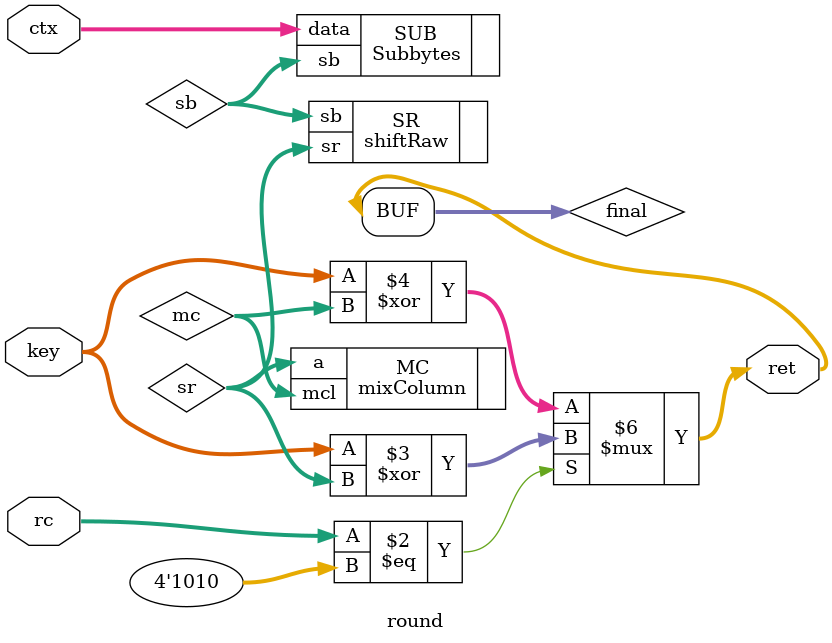
<source format=v>
`timescale 1ns / 1ps


module round(
input [3:0]rc,//µ±Ç°¼ÓÃÜÂÖÊý
input [127:0]ctx,//±¾ÂÖÊäÈë
input [127:0]key,//±¾ÂÖµÄÃÜÔ¿
output [127:0]ret//±¾ÂÖ¼ÓÃÜ½á¹û
    );
wire[127:0] sb,sr,mc;
reg [127:0]final;  
Subbytes SUB(.data(ctx),.sb(sb));
shiftRaw SR(.sb(sb),.sr(sr));
mixColumn MC(.a(sr),.mcl(mc));
always@(*)begin
if(rc==10)
final<=key^sr;
else
final<=key^mc;
end
assign ret=final;
endmodule

</source>
